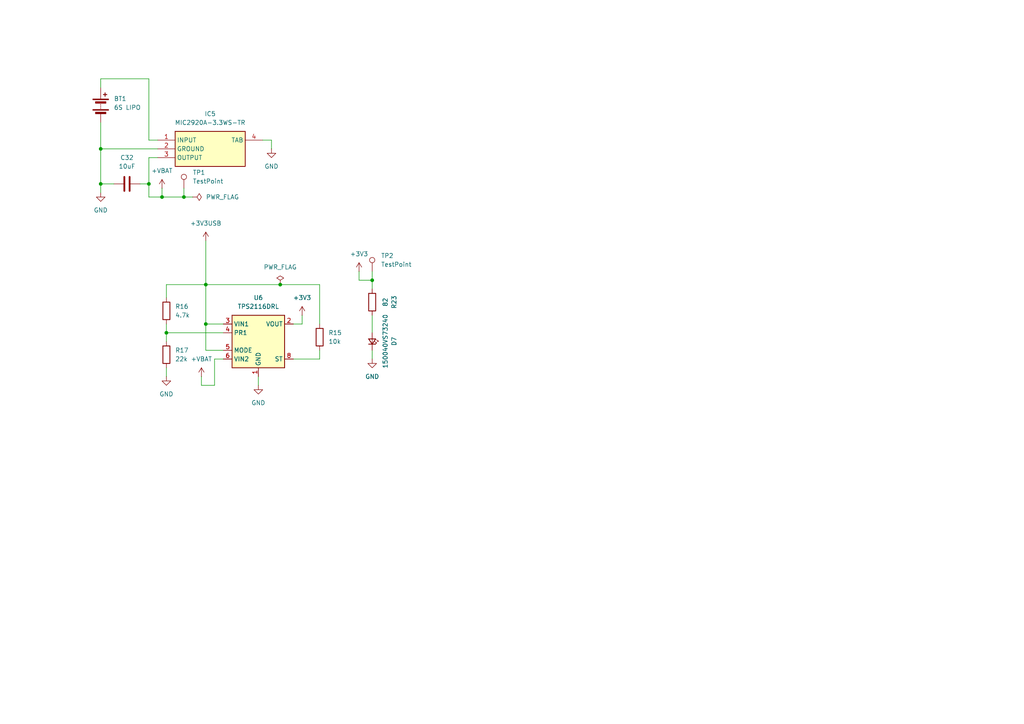
<source format=kicad_sch>
(kicad_sch (version 20250114) (generator "eeschema") (generator_version "9.0")
  (paper "A4")
  (lib_symbols
    (symbol "Connector:TestPoint" (pin_numbers (hide yes)) (pin_names (offset 0.762) (hide yes))
      (property "Reference" "TP" (at 0 6.858 0))
      (property "Value" "TestPoint" (at 0 5.08 0))
      (symbol "TestPoint_0_1"
        (circle (center 0 3.302) (radius 0.762))
      )
      (symbol "TestPoint_1_1"
        (pin passive line (at 0 0 90) (length 2.54) (name "1") (number "1"))
      )
    )
    (symbol "Device:Battery" (pin_numbers (hide yes)) (pin_names (offset 0) (hide yes))
      (property "Reference" "BT" (at 2.54 2.54 0))
      (property "Value" "Battery" (at 2.54 0 0))
      (symbol "Battery_0_1"
        (rectangle (start -2.286 1.778) (end 2.286 1.524) (fill (type outline)))
        (rectangle (start -2.286 -1.27) (end 2.286 -1.524) (fill (type outline)))
        (rectangle (start -1.524 1.016) (end 1.524 0.508) (fill (type outline)))
        (rectangle (start -1.524 -2.032) (end 1.524 -2.54) (fill (type outline)))
        (polyline (pts (xy 0 1.778) (xy 0 2.54)))
        (polyline (pts (xy 0 0) (xy 0 0.254)))
        (polyline (pts (xy 0 -0.508) (xy 0 -0.254)))
        (polyline (pts (xy 0 -1.016) (xy 0 -0.762)))
        (polyline (pts (xy 0.762 3.048) (xy 1.778 3.048)) (stroke (width 0.254)))
        (polyline (pts (xy 1.27 3.556) (xy 1.27 2.54)) (stroke (width 0.254)))
      )
      (symbol "Battery_1_1"
        (pin passive line (at 0 5.08 270) (length 2.54) (name "+") (number "1"))
        (pin passive line (at 0 -5.08 90) (length 2.54) (name "-") (number "2"))
      )
    )
    (symbol "Device:C" (pin_numbers (hide yes)) (pin_names (offset 0.254))
      (property "Reference" "C" (at 0.635 2.54 0))
      (property "Value" "C" (at 0.635 -2.54 0))
      (symbol "C_0_1"
        (polyline (pts (xy -2.032 0.762) (xy 2.032 0.762)) (stroke (width 0.508)))
        (polyline (pts (xy -2.032 -0.762) (xy 2.032 -0.762)) (stroke (width 0.508)))
      )
      (symbol "C_1_1"
        (pin passive line (at 0 3.81 270) (length 2.794) (name "~") (number "1"))
        (pin passive line (at 0 -3.81 90) (length 2.794) (name "~") (number "2"))
      )
    )
    (symbol "Device:LED_Small" (pin_numbers (hide yes)) (pin_names (offset 0.254) (hide yes))
      (property "Reference" "D" (at -1.27 3.175 0))
      (property "Value" "LED_Small" (at -4.445 -2.54 0))
      (symbol "LED_Small_0_1"
        (polyline (pts (xy -0.762 -1.016) (xy -0.762 1.016)) (stroke (width 0.254)))
        (polyline (pts (xy 0 0.762) (xy -0.508 1.27) (xy -0.254 1.27) (xy -0.508 1.27) (xy -0.508 1.016)))
        (polyline (pts (xy 0.508 1.27) (xy 0 1.778) (xy 0.254 1.778) (xy 0 1.778) (xy 0 1.524)))
        (polyline (pts (xy 0.762 -1.016) (xy -0.762 0) (xy 0.762 1.016) (xy 0.762 -1.016)) (stroke (width 0.254)))
        (polyline (pts (xy 1.016 0) (xy -0.762 0)))
      )
      (symbol "LED_Small_1_1"
        (pin passive line (at -2.54 0 0) (length 1.778) (name "K") (number "1"))
        (pin passive line (at 2.54 0 180) (length 1.778) (name "A") (number "2"))
      )
    )
    (symbol "Device:R" (pin_numbers (hide yes)) (pin_names (offset 0))
      (property "Reference" "R" (at 2.032 0 90))
      (property "Value" "R" (at 0 0 90))
      (symbol "R_0_1"
        (rectangle (start -1.016 -2.54) (end 1.016 2.54) (stroke (width 0.254)))
      )
      (symbol "R_1_1"
        (pin passive line (at 0 3.81 270) (length 1.27) (name "~") (number "1"))
        (pin passive line (at 0 -3.81 90) (length 1.27) (name "~") (number "2"))
      )
    )
    (symbol "Power_Management:TPS2116DRL"
      (property "Reference" "U" (at -7.874 9.144 0))
      (property "Value" "TPS2116DRL" (at 0.508 -8.89 0))
      (symbol "TPS2116DRL_0_1"
        (rectangle (start -7.62 7.62) (end 7.62 -7.62) (stroke (width 0.254)) (fill (type background)))
      )
      (symbol "TPS2116DRL_1_0"
        (pin power_out line (at 10.16 5.08 180) (length 2.54) (hide yes) (name "VOUT") (number "7"))
      )
      (symbol "TPS2116DRL_1_1"
        (pin power_in line (at -10.16 5.08 0) (length 2.54) (name "VIN1") (number "3"))
        (pin input line (at -10.16 2.54 0) (length 2.54) (name "PR1") (number "4"))
        (pin input line (at -10.16 -2.54 0) (length 2.54) (name "MODE") (number "5"))
        (pin power_in line (at -10.16 -5.08 0) (length 2.54) (name "VIN2") (number "6"))
        (pin power_in line (at 0 -10.16 90) (length 2.54) (name "GND") (number "1"))
        (pin power_out line (at 10.16 5.08 180) (length 2.54) (name "VOUT") (number "2"))
        (pin open_collector line (at 10.16 -5.08 180) (length 2.54) (name "ST") (number "8"))
      )
    )
    (symbol "SamacSys_Parts:MIC2920A-3.3WS-TR"
      (property "Reference" "IC" (at 26.67 7.62 0))
      (property "Value" "MIC2920A-3.3WS-TR" (at 26.67 5.08 0))
      (symbol "MIC2920A-3.3WS-TR_1_1"
        (rectangle (start 5.08 2.54) (end 25.4 -7.62) (stroke (width 0.254)) (fill (type background)))
        (pin passive line (at 0 0 0) (length 5.08) (name "INPUT") (number "1"))
        (pin passive line (at 0 -2.54 0) (length 5.08) (name "GROUND") (number "2"))
        (pin passive line (at 0 -5.08 0) (length 5.08) (name "OUTPUT") (number "3"))
        (pin passive line (at 30.48 0 180) (length 5.08) (name "TAB") (number "4"))
      )
    )
    (symbol "power:+3V3" (power) (pin_numbers (hide yes)) (pin_names (offset 0) (hide yes))
      (property "Value" "+3V3" (at 0 3.556 0))
      (symbol "+3V3_0_1"
        (polyline (pts (xy -0.762 1.27) (xy 0 2.54)))
        (polyline (pts (xy 0 2.54) (xy 0.762 1.27)))
        (polyline (pts (xy 0 0) (xy 0 2.54)))
      )
      (symbol "+3V3_1_1"
        (pin power_in line (at 0 0 90) (length 0) (name "~") (number "1"))
      )
    )
    (symbol "power:GND" (power) (pin_numbers (hide yes)) (pin_names (offset 0) (hide yes))
      (property "Value" "GND" (at 0 -3.81 0))
      (symbol "GND_0_1"
        (polyline (pts (xy 0 0) (xy 0 -1.27) (xy 1.27 -1.27) (xy 0 -2.54) (xy -1.27 -1.27) (xy 0 -1.27)))
      )
      (symbol "GND_1_1"
        (pin power_in line (at 0 0 270) (length 0) (name "~") (number "1"))
      )
    )
    (symbol "power:PWR_FLAG" (power) (pin_numbers (hide yes)) (pin_names (offset 0) (hide yes))
      (property "Value" "PWR_FLAG" (at 0 3.81 0))
      (symbol "PWR_FLAG_0_0"
        (pin power_out line (at 0 0 90) (length 0) (name "~") (number "1"))
      )
      (symbol "PWR_FLAG_0_1"
        (polyline (pts (xy 0 0) (xy 0 1.27) (xy -1.016 1.905) (xy 0 2.54) (xy 1.016 1.905) (xy 0 1.27)))
      )
    )
  )
  (junction (at 29.21 43.18))
  (junction (at 29.21 53.34))
  (junction (at 43.18 53.34))
  (junction (at 81.28 82.55))
  (junction (at 107.95 81.28))
  (junction (at 59.69 93.98))
  (junction (at 46.99 57.15))
  (junction (at 48.26 96.52))
  (junction (at 53.34 57.15))
  (junction (at 59.69 82.55))
  (wire (pts (xy 74.93 109.22) (xy 74.93 111.76)))
  (wire (pts (xy 48.26 96.52) (xy 64.77 96.52)))
  (wire (pts (xy 43.18 57.15) (xy 46.99 57.15)))
  (wire (pts (xy 40.64 53.34) (xy 43.18 53.34)))
  (wire (pts (xy 85.09 104.14) (xy 92.71 104.14)))
  (wire (pts (xy 43.18 40.64) (xy 45.72 40.64)))
  (wire (pts (xy 59.69 101.6) (xy 64.77 101.6)))
  (wire (pts (xy 48.26 82.55) (xy 48.26 86.36)))
  (wire (pts (xy 29.21 43.18) (xy 29.21 35.56)))
  (wire (pts (xy 104.14 78.74) (xy 104.14 81.28)))
  (wire (pts (xy 29.21 43.18) (xy 29.21 53.34)))
  (wire (pts (xy 62.23 104.14) (xy 62.23 111.76)))
  (wire (pts (xy 62.23 111.76) (xy 58.42 111.76)))
  (wire (pts (xy 45.72 43.18) (xy 29.21 43.18)))
  (wire (pts (xy 29.21 25.4) (xy 29.21 22.86)))
  (wire (pts (xy 64.77 104.14) (xy 62.23 104.14)))
  (wire (pts (xy 76.2 40.64) (xy 78.74 40.64)))
  (wire (pts (xy 92.71 104.14) (xy 92.71 101.6)))
  (wire (pts (xy 107.95 101.6) (xy 107.95 104.14)))
  (wire (pts (xy 107.95 91.44) (xy 107.95 96.52)))
  (wire (pts (xy 33.02 53.34) (xy 29.21 53.34)))
  (wire (pts (xy 107.95 81.28) (xy 107.95 83.82)))
  (wire (pts (xy 58.42 109.22) (xy 58.42 111.76)))
  (wire (pts (xy 43.18 53.34) (xy 43.18 57.15)))
  (wire (pts (xy 59.69 93.98) (xy 59.69 101.6)))
  (wire (pts (xy 43.18 45.72) (xy 45.72 45.72)))
  (wire (pts (xy 81.28 82.55) (xy 59.69 82.55)))
  (wire (pts (xy 53.34 57.15) (xy 46.99 57.15)))
  (wire (pts (xy 29.21 22.86) (xy 43.18 22.86)))
  (wire (pts (xy 92.71 93.98) (xy 92.71 82.55)))
  (wire (pts (xy 59.69 69.85) (xy 59.69 82.55)))
  (wire (pts (xy 59.69 82.55) (xy 59.69 93.98)))
  (wire (pts (xy 46.99 54.61) (xy 46.99 57.15)))
  (wire (pts (xy 78.74 40.64) (xy 78.74 43.18)))
  (wire (pts (xy 29.21 53.34) (xy 29.21 55.88)))
  (wire (pts (xy 48.26 82.55) (xy 59.69 82.55)))
  (wire (pts (xy 87.63 91.44) (xy 87.63 93.98)))
  (wire (pts (xy 43.18 53.34) (xy 43.18 45.72)))
  (wire (pts (xy 85.09 93.98) (xy 87.63 93.98)))
  (wire (pts (xy 53.34 57.15) (xy 55.88 57.15)))
  (wire (pts (xy 53.34 54.61) (xy 53.34 57.15)))
  (wire (pts (xy 59.69 93.98) (xy 64.77 93.98)))
  (wire (pts (xy 92.71 82.55) (xy 81.28 82.55)))
  (wire (pts (xy 104.14 81.28) (xy 107.95 81.28)))
  (wire (pts (xy 48.26 93.98) (xy 48.26 96.52)))
  (wire (pts (xy 43.18 22.86) (xy 43.18 40.64)))
  (wire (pts (xy 48.26 106.68) (xy 48.26 109.22)))
  (wire (pts (xy 48.26 96.52) (xy 48.26 99.06)))
  (wire (pts (xy 107.95 81.28) (xy 107.95 78.74)))
  (symbol (lib_id "power:PWR_FLAG") (at 55.88 57.15 270) (unit 1)
    (property "Reference" "#FLG013" (effects (hide yes)))
    (property "Value" "PWR_FLAG" (at 59.69 57.1499 90) (effects (justify left)))
    (property "Description" "Special symbol for telling ERC where power comes from" (effects (hide yes)))
  )
  (symbol (lib_id "Device:C") (at 36.83 53.34 90) (unit 1)
    (property "Reference" "C32" (at 36.83 45.72 90))
    (property "Value" "10uF" (at 36.83 48.26 90))
    (property "Footprint" "Capacitor_SMD:C_0603_1608Metric" (effects (hide yes)))
    (property "Description" "Unpolarized capacitor" (effects (hide yes)))
  )
  (symbol (lib_id "power:GND") (at 48.26 109.22 0) (unit 1)
    (property "Reference" "#PWR072" (effects (hide yes)))
    (property "Value" "GND" (at 48.26 114.3 0))
    (property "Description" "Power symbol creates a global label with name \"GND\" , ground" (effects (hide yes)))
  )
  (symbol (lib_id "power:+3V3") (at 46.99 54.61 0) (unit 1)
    (property "Reference" "#PWR060" (effects (hide yes)))
    (property "Value" "+VBAT" (at 46.99 49.53 0))
    (property "Description" "Power symbol creates a global label with name \"+3V3\"" (effects (hide yes)))
  )
  (symbol (lib_id "power:+3V3") (at 59.69 69.85 0) (unit 1)
    (property "Reference" "#PWR068" (effects (hide yes)))
    (property "Value" "+3V3USB" (at 59.69 64.77 0))
    (property "Description" "Power symbol creates a global label with name \"+3V3\"" (effects (hide yes)))
  )
  (symbol (lib_id "power:GND") (at 29.21 55.88 0) (unit 1)
    (property "Reference" "#PWR058" (effects (hide yes)))
    (property "Value" "GND" (at 29.21 60.96 0))
    (property "Description" "Power symbol creates a global label with name \"GND\" , ground" (effects (hide yes)))
  )
  (symbol (lib_id "power:PWR_FLAG") (at 81.28 82.55 0) (unit 1)
    (property "Reference" "#FLG014" (effects (hide yes)))
    (property "Value" "PWR_FLAG" (at 81.28 77.47 0))
    (property "Description" "Special symbol for telling ERC where power comes from" (effects (hide yes)))
  )
  (symbol (lib_id "power:+3V3") (at 87.63 91.44 0) (unit 1)
    (property "Reference" "#PWR070" (effects (hide yes)))
    (property "Value" "+3V3" (at 87.63 86.36 0))
    (property "Description" "Power symbol creates a global label with name \"+3V3\"" (effects (hide yes)))
  )
  (symbol (lib_id "power:GND") (at 107.95 104.14 0) (unit 1)
    (property "Reference" "#PWR010" (effects (hide yes)))
    (property "Value" "GND" (at 107.95 109.22 0))
    (property "Description" "Power symbol creates a global label with name \"GND\" , ground" (effects (hide yes)))
  )
  (symbol (lib_id "power:GND") (at 78.74 43.18 0) (unit 1)
    (property "Reference" "#PWR059" (effects (hide yes)))
    (property "Value" "GND" (at 78.74 48.26 0))
    (property "Description" "Power symbol creates a global label with name \"GND\" , ground" (effects (hide yes)))
  )
  (symbol (lib_id "power:+3V3") (at 58.42 109.22 0) (unit 1)
    (property "Reference" "#PWR071" (effects (hide yes)))
    (property "Value" "+VBAT" (at 58.42 104.14 0))
    (property "Description" "Power symbol creates a global label with name \"+3V3\"" (effects (hide yes)))
  )
  (symbol (lib_id "Device:R") (at 48.26 90.17 0) (unit 1)
    (property "Reference" "R16" (at 50.8 88.8999 0) (effects (justify left)))
    (property "Value" "4.7k" (at 50.8 91.4399 0) (effects (justify left)))
    (property "Footprint" "Resistor_SMD:R_0402_1005Metric" (effects (hide yes)))
    (property "Description" "Resistor" (effects (hide yes)))
  )
  (symbol (lib_id "power:GND") (at 74.93 111.76 0) (unit 1)
    (property "Reference" "#PWR069" (effects (hide yes)))
    (property "Value" "GND" (at 74.93 116.84 0))
    (property "Description" "Power symbol creates a global label with name \"GND\" , ground" (effects (hide yes)))
  )
  (symbol (lib_id "Device:R") (at 107.95 87.63 0) (mirror x) (unit 1)
    (property "Reference" "R23" (at 114.3 87.63 90))
    (property "Value" "82" (at 111.76 87.63 90))
    (property "Footprint" "Resistor_SMD:R_0402_1005Metric" (effects (hide yes)))
    (property "Description" "Resistor" (effects (hide yes)))
  )
  (symbol (lib_id "Device:R") (at 48.26 102.87 0) (unit 1)
    (property "Reference" "R17" (at 50.8 101.5999 0) (effects (justify left)))
    (property "Value" "22k" (at 50.8 104.1399 0) (effects (justify left)))
    (property "Footprint" "Resistor_SMD:R_0402_1005Metric" (effects (hide yes)))
    (property "Description" "Resistor" (effects (hide yes)))
  )
  (symbol (lib_id "power:+3V3") (at 104.14 78.74 0) (unit 1)
    (property "Reference" "#PWR085" (effects (hide yes)))
    (property "Value" "+3V3" (at 104.14 73.66 0))
    (property "Description" "Power symbol creates a global label with name \"+3V3\"" (effects (hide yes)))
  )
  (symbol (lib_id "Connector:TestPoint") (at 53.34 54.61 0) (unit 1)
    (property "Reference" "TP1" (at 55.88 50.0379 0) (effects (justify left)))
    (property "Value" "TestPoint" (at 55.88 52.5779 0) (effects (justify left)))
    (property "Footprint" "TestPoint:TestPoint_THTPad_D1.0mm_Drill0.5mm" (effects (hide yes)))
    (property "Description" "test point" (effects (hide yes)))
  )
  (symbol (lib_id "Connector:TestPoint") (at 107.95 78.74 0) (unit 1)
    (property "Reference" "TP2" (at 110.49 74.1679 0) (effects (justify left)))
    (property "Value" "TestPoint" (at 110.49 76.7079 0) (effects (justify left)))
    (property "Footprint" "TestPoint:TestPoint_THTPad_D1.0mm_Drill0.5mm" (effects (hide yes)))
    (property "Description" "test point" (effects (hide yes)))
  )
  (symbol (lib_id "Power_Management:TPS2116DRL") (at 74.93 99.06 0) (unit 1)
    (property "Reference" "U6" (at 74.93 86.36 0))
    (property "Value" "TPS2116DRL" (at 74.93 88.9 0))
    (property "Footprint" "Package_TO_SOT_SMD:SOT-583-8" (effects (hide yes)))
    (property "Datasheet" "https://www.ti.com/lit/ds/symlink/tps2116.pdf" (effects (hide yes)))
    (property "Description" "2 Channnels Power Mux with Manual and Priority Switchover, 1.6-5.5V Input Voltage, 2.5A Output Current, Ron 40 mOhm, SOT-583-8" (effects (hide yes)))
  )
  (symbol (lib_id "Device:R") (at 92.71 97.79 0) (unit 1)
    (property "Reference" "R15" (at 95.25 96.5199 0) (effects (justify left)))
    (property "Value" "10k" (at 95.25 99.0599 0) (effects (justify left)))
    (property "Footprint" "Resistor_SMD:R_0402_1005Metric" (effects (hide yes)))
    (property "Description" "Resistor" (effects (hide yes)))
  )
  (symbol (lib_id "SamacSys_Parts:MIC2920A-3.3WS-TR") (at 45.72 40.64 0) (unit 1)
    (property "Reference" "IC5" (at 60.96 33.02 0))
    (property "Value" "MIC2920A-3.3WS-TR" (at 60.96 35.56 0))
    (property "Footprint" "SamacSys_Parts:SOT230P700X180-4N" (effects (hide yes)))
    (property "Datasheet" "http://www.microchip.com/mymicrochip/filehandler.aspx?ddocname=en580793" (effects (hide yes)))
    (property "Description" "Microchip Technology MIC2920A-3.3WS-TR, LDO Voltage Regulator Controller, 400mA, 3.3 V, +/-4% 3-Pin, SOT-223" (effects (hide yes)))
    (property "Height" "1.8" (effects (hide yes)))
    (property "Mouser Part Number" "998-MIC2920A-3.3WSTR" (effects (hide yes)))
    (property "Mouser Price/Stock" "https://www.mouser.co.uk/ProductDetail/Microchip-Technology/MIC2920A-3.3WS-TR?qs=U6T8BxXiZAU%2FPb1kDLai%252BA%3D%3D" (effects (hide yes)))
    (property "Manufacturer_Name" "Microchip" (effects (hide yes)))
    (property "Manufacturer_Part_Number" "MIC2920A-3.3WS-TR" (effects (hide yes)))
  )
  (symbol (lib_id "Device:LED_Small") (at 107.95 99.06 270) (mirror x) (unit 1)
    (property "Reference" "D7" (at 114.3 98.9965 0))
    (property "Value" "150040VS73240" (at 111.76 98.9965 0))
    (property "Footprint" "LED_SMD:LED_0402_1005Metric" (effects (hide yes)))
    (property "Description" "Light emitting diode, small symbol" (effects (hide yes)))
    (property "Sim.Pin" "1=K 2=A" (effects (hide yes)))
  )
  (symbol (lib_id "Device:Battery") (at 29.21 30.48 0) (unit 1)
    (property "Reference" "BT1" (at 33.02 28.6384 0) (effects (justify left)))
    (property "Value" "6S LIPO" (at 33.02 31.1784 0) (effects (justify left)))
    (property "Footprint" "Drone stuff:Castellated_Power" (effects (hide yes)))
    (property "Description" "Multiple-cell battery" (effects (hide yes)))
  )
)
</source>
